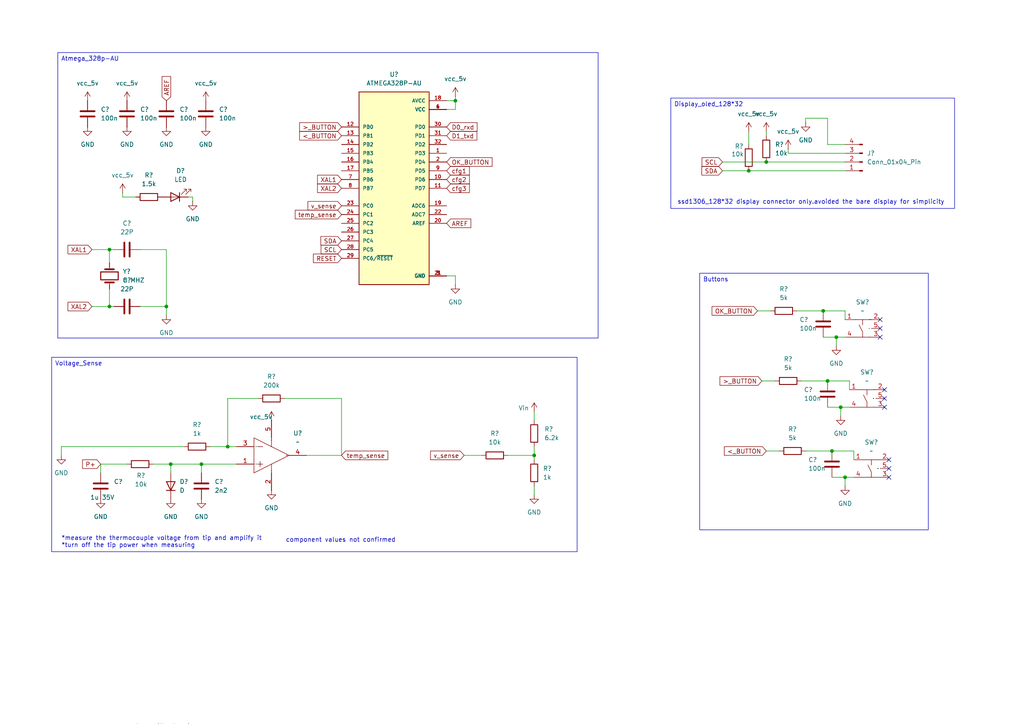
<source format=kicad_sch>
(kicad_sch (version 20250114) (generator "eeschema") (generator_version "9.0")
  (paper "A4")
  (lib_symbols
    (symbol "Connector:Conn_01x04_Pin" (pin_names (offset 1.016) (hide yes))
      (property "Reference" "J" (at 0 5.08 0))
      (property "Value" "Conn_01x04_Pin" (at 0 -7.62 0))
      (symbol "Conn_01x04_Pin_1_1"
        (rectangle (start 0.8636 2.667) (end 0 2.413) (stroke (width 0.1524)) (fill (type outline)))
        (rectangle (start 0.8636 0.127) (end 0 -0.127) (stroke (width 0.1524)) (fill (type outline)))
        (rectangle (start 0.8636 -2.413) (end 0 -2.667) (stroke (width 0.1524)) (fill (type outline)))
        (rectangle (start 0.8636 -4.953) (end 0 -5.207) (stroke (width 0.1524)) (fill (type outline)))
        (polyline (pts (xy 1.27 2.54) (xy 0.8636 2.54)) (stroke (width 0.1524)))
        (polyline (pts (xy 1.27 0) (xy 0.8636 0)) (stroke (width 0.1524)))
        (polyline (pts (xy 1.27 -2.54) (xy 0.8636 -2.54)) (stroke (width 0.1524)))
        (polyline (pts (xy 1.27 -5.08) (xy 0.8636 -5.08)) (stroke (width 0.1524)))
        (pin passive line (at 5.08 2.54 180) (length 3.81) (name "Pin_1") (number "1"))
        (pin passive line (at 5.08 0 180) (length 3.81) (name "Pin_2") (number "2"))
        (pin passive line (at 5.08 -2.54 180) (length 3.81) (name "Pin_3") (number "3"))
        (pin passive line (at 5.08 -5.08 180) (length 3.81) (name "Pin_4") (number "4"))
      )
    )
    (symbol "Device:C" (pin_numbers (hide yes)) (pin_names (offset 0.254))
      (property "Reference" "C" (at 0.635 2.54 0))
      (property "Value" "C" (at 0.635 -2.54 0))
      (symbol "C_0_1"
        (polyline (pts (xy -2.032 0.762) (xy 2.032 0.762)) (stroke (width 0.508)))
        (polyline (pts (xy -2.032 -0.762) (xy 2.032 -0.762)) (stroke (width 0.508)))
      )
      (symbol "C_1_1"
        (pin passive line (at 0 3.81 270) (length 2.794) (name "~") (number "1"))
        (pin passive line (at 0 -3.81 90) (length 2.794) (name "~") (number "2"))
      )
    )
    (symbol "Device:Crystal" (pin_numbers (hide yes)) (pin_names (offset 1.016) (hide yes))
      (property "Reference" "Y" (at 0 3.81 0))
      (property "Value" "Crystal" (at 0 -3.81 0))
      (symbol "Crystal_0_1"
        (polyline (pts (xy -2.54 0) (xy -1.905 0)))
        (polyline (pts (xy -1.905 -1.27) (xy -1.905 1.27)) (stroke (width 0.508)))
        (rectangle (start -1.143 2.54) (end 1.143 -2.54) (stroke (width 0.3048)))
        (polyline (pts (xy 1.905 -1.27) (xy 1.905 1.27)) (stroke (width 0.508)))
        (polyline (pts (xy 2.54 0) (xy 1.905 0)))
      )
      (symbol "Crystal_1_1"
        (pin passive line (at -3.81 0 0) (length 1.27) (name "1") (number "1"))
        (pin passive line (at 3.81 0 180) (length 1.27) (name "2") (number "2"))
      )
    )
    (symbol "Device:D" (pin_numbers (hide yes)) (pin_names (offset 1.016) (hide yes))
      (property "Reference" "D" (at 0 2.54 0))
      (property "Value" "D" (at 0 -2.54 0))
      (symbol "D_0_1"
        (polyline (pts (xy -1.27 1.27) (xy -1.27 -1.27)) (stroke (width 0.254)))
        (polyline (pts (xy 1.27 1.27) (xy 1.27 -1.27) (xy -1.27 0) (xy 1.27 1.27)) (stroke (width 0.254)))
        (polyline (pts (xy 1.27 0) (xy -1.27 0)))
      )
      (symbol "D_1_1"
        (pin passive line (at -3.81 0 0) (length 2.54) (name "K") (number "1"))
        (pin passive line (at 3.81 0 180) (length 2.54) (name "A") (number "2"))
      )
    )
    (symbol "Device:LED" (pin_numbers (hide yes)) (pin_names (offset 1.016) (hide yes))
      (property "Reference" "D" (at 0 2.54 0))
      (property "Value" "LED" (at 0 -2.54 0))
      (symbol "LED_0_1"
        (polyline (pts (xy -3.048 -0.762) (xy -4.572 -2.286) (xy -3.81 -2.286) (xy -4.572 -2.286) (xy -4.572 -1.524)))
        (polyline (pts (xy -1.778 -0.762) (xy -3.302 -2.286) (xy -2.54 -2.286) (xy -3.302 -2.286) (xy -3.302 -1.524)))
        (polyline (pts (xy -1.27 0) (xy 1.27 0)))
        (polyline (pts (xy -1.27 -1.27) (xy -1.27 1.27)) (stroke (width 0.254)))
        (polyline (pts (xy 1.27 -1.27) (xy 1.27 1.27) (xy -1.27 0) (xy 1.27 -1.27)) (stroke (width 0.254)))
      )
      (symbol "LED_1_1"
        (pin passive line (at -3.81 0 0) (length 2.54) (name "K") (number "1"))
        (pin passive line (at 3.81 0 180) (length 2.54) (name "A") (number "2"))
      )
    )
    (symbol "Device:R" (pin_numbers (hide yes)) (pin_names (offset 0))
      (property "Reference" "R" (at 2.032 0 90))
      (property "Value" "R" (at 0 0 90))
      (symbol "R_0_1"
        (rectangle (start -1.016 -2.54) (end 1.016 2.54) (stroke (width 0.254)))
      )
      (symbol "R_1_1"
        (pin passive line (at 0 3.81 270) (length 1.27) (name "~") (number "1"))
        (pin passive line (at 0 -3.81 90) (length 1.27) (name "~") (number "2"))
      )
    )
    (symbol "power:GND" (power) (pin_numbers (hide yes)) (pin_names (offset 0) (hide yes))
      (property "Value" "GND" (at 0 -3.81 0))
      (symbol "GND_0_1"
        (polyline (pts (xy 0 0) (xy 0 -1.27) (xy 1.27 -1.27) (xy 0 -2.54) (xy -1.27 -1.27) (xy 0 -1.27)))
      )
      (symbol "GND_1_1"
        (pin power_in line (at 0 0 270) (length 0) (name "~") (number "1"))
      )
    )
    (symbol "power:VCC" (power) (pin_numbers (hide yes)) (pin_names (offset 0) (hide yes))
      (property "Value" "VCC" (at 0 3.556 0))
      (symbol "VCC_0_1"
        (polyline (pts (xy -0.762 1.27) (xy 0 2.54)))
        (polyline (pts (xy 0 2.54) (xy 0.762 1.27)))
        (polyline (pts (xy 0 0) (xy 0 2.54)))
      )
      (symbol "VCC_1_1"
        (pin power_in line (at 0 0 90) (length 0) (name "~") (number "1"))
      )
    )
    (symbol "smart_soldering_iron:ATMEGA328P-AU" (pin_names (offset 1.016))
      (property "Reference" "U" (at -10.1755 29.2546 0))
      (property "Value" "ATMEGA328P-AU" (at -10.1669 -31.7714 0))
      (symbol "ATMEGA328P-AU_0_0"
        (rectangle (start -10.16 -27.94) (end 10.16 27.94) (stroke (width 0.254)) (fill (type background)))
        (pin bidirectional line (at -15.24 17.78 0) (length 5.08) (name "PB0") (number "12"))
        (pin bidirectional line (at -15.24 15.24 0) (length 5.08) (name "PB1") (number "13"))
        (pin bidirectional line (at -15.24 12.7 0) (length 5.08) (name "PB2") (number "14"))
        (pin bidirectional line (at -15.24 10.16 0) (length 5.08) (name "PB3") (number "15"))
        (pin bidirectional line (at -15.24 7.62 0) (length 5.08) (name "PB4") (number "16"))
        (pin bidirectional line (at -15.24 5.08 0) (length 5.08) (name "PB5") (number "17"))
        (pin bidirectional line (at -15.24 2.54 0) (length 5.08) (name "PB6") (number "7"))
        (pin bidirectional line (at -15.24 0 0) (length 5.08) (name "PB7") (number "8"))
        (pin bidirectional line (at -15.24 -5.08 0) (length 5.08) (name "PC0") (number "23"))
        (pin bidirectional line (at -15.24 -7.62 0) (length 5.08) (name "PC1") (number "24"))
        (pin bidirectional line (at -15.24 -10.16 0) (length 5.08) (name "PC2") (number "25"))
        (pin bidirectional line (at -15.24 -12.7 0) (length 5.08) (name "PC3") (number "26"))
        (pin bidirectional line (at -15.24 -15.24 0) (length 5.08) (name "PC4") (number "27"))
        (pin bidirectional line (at -15.24 -17.78 0) (length 5.08) (name "PC5") (number "28"))
        (pin bidirectional line (at -15.24 -20.32 0) (length 5.08) (name "PC6/~{RESET}") (number "29"))
        (pin power_in line (at 15.24 25.4 180) (length 5.08) (name "AVCC") (number "18"))
        (pin power_in line (at 15.24 22.86 180) (length 5.08) (name "VCC") (number "4"))
        (pin power_in line (at 15.24 22.86 180) (length 5.08) (name "VCC") (number "6"))
        (pin bidirectional line (at 15.24 17.78 180) (length 5.08) (name "PD0") (number "30"))
        (pin bidirectional line (at 15.24 15.24 180) (length 5.08) (name "PD1") (number "31"))
        (pin bidirectional line (at 15.24 12.7 180) (length 5.08) (name "PD2") (number "32"))
        (pin bidirectional line (at 15.24 10.16 180) (length 5.08) (name "PD3") (number "1"))
        (pin bidirectional line (at 15.24 7.62 180) (length 5.08) (name "PD4") (number "2"))
        (pin bidirectional line (at 15.24 5.08 180) (length 5.08) (name "PD5") (number "9"))
        (pin bidirectional line (at 15.24 2.54 180) (length 5.08) (name "PD6") (number "10"))
        (pin bidirectional line (at 15.24 0 180) (length 5.08) (name "PD7") (number "11"))
        (pin bidirectional line (at 15.24 -5.08 180) (length 5.08) (name "ADC6") (number "19"))
        (pin bidirectional line (at 15.24 -7.62 180) (length 5.08) (name "ADC7") (number "22"))
        (pin input line (at 15.24 -10.16 180) (length 5.08) (name "AREF") (number "20"))
        (pin power_in line (at 15.24 -25.4 180) (length 5.08) (name "GND") (number "21"))
        (pin power_in line (at 15.24 -25.4 180) (length 5.08) (name "GND") (number "3"))
        (pin power_in line (at 15.24 -25.4 180) (length 5.08) (name "GND") (number "5"))
      )
    )
    (symbol "smart_soldering_iron:ATMEGA328PB-AU" (pin_names (offset 1.016))
      (property "Reference" "U" (at -38.215 29.3628 0))
      (property "Value" "ATMEGA328PB-AU" (at -38.2328 -31.9473 0))
      (symbol "ATMEGA328PB-AU_0_0"
        (rectangle (start -38.1 -27.94) (end 38.1 27.94) (stroke (width 0.254)) (fill (type background)))
        (pin input line (at -43.18 22.86 0) (length 5.08) (name "AREF") (number "20"))
        (pin bidirectional line (at -43.18 17.78 0) (length 5.08) (name "PB0(ICP1/CLKO/PTCXY)") (number "12"))
        (pin bidirectional line (at -43.18 15.24 0) (length 5.08) (name "PB1(OC1A/PTCXY)") (number "13"))
        (pin bidirectional line (at -43.18 12.7 0) (length 5.08) (name "PB2(~{SS0}/OC1B/PTCXY)") (number "14"))
        (pin bidirectional line (at -43.18 10.16 0) (length 5.08) (name "PB3(MOSI0/TXD1/OC2A/PTCXY)") (number "15"))
        (pin bidirectional line (at -43.18 7.62 0) (length 5.08) (name "PB4(MISO0/RXD1/PTCXY)") (number "16"))
        (pin bidirectional line (at -43.18 5.08 0) (length 5.08) (name "PB5(PTCXY/XCK0/SCK0)") (number "17"))
        (pin bidirectional line (at -43.18 2.54 0) (length 5.08) (name "PB6(XTAL1/TOSC1)") (number "7"))
        (pin bidirectional line (at -43.18 0 0) (length 5.08) (name "PB7(XTAL2/TOSC2)") (number "8"))
        (pin bidirectional line (at -43.18 -5.08 0) (length 5.08) (name "PC0(ADC0/PTCY/MISO1)") (number "23"))
        (pin bidirectional line (at -43.18 -7.62 0) (length 5.08) (name "PC1(ADC1/PTCY/SCK1)") (number "24"))
        (pin bidirectional line (at -43.18 -10.16 0) (length 5.08) (name "PC2(ADC2/PTCY)") (number "25"))
        (pin bidirectional line (at -43.18 -12.7 0) (length 5.08) (name "PC3(ADC3/PTCY)") (number "26"))
        (pin bidirectional line (at -43.18 -15.24 0) (length 5.08) (name "PC4(ADC4/PTCY/SDA0)") (number "27"))
        (pin bidirectional line (at -43.18 -17.78 0) (length 5.08) (name "PC5(ADC5/PTCY/SCL0)") (number "28"))
        (pin bidirectional line (at -43.18 -20.32 0) (length 5.08) (name "PC6(~{RESET})") (number "29"))
        (pin power_in line (at 43.18 25.4 180) (length 5.08) (name "AVCC") (number "18"))
        (pin power_in line (at 43.18 22.86 180) (length 5.08) (name "VCC") (number "4"))
        (pin bidirectional line (at 43.18 17.78 180) (length 5.08) (name "PD0(PTCXY/OC3A/RXD0)") (number "30"))
        (pin bidirectional line (at 43.18 15.24 180) (length 5.08) (name "PD1(PTCXY/OC4A/TXD0)") (number "31"))
        (pin bidirectional line (at 43.18 12.7 180) (length 5.08) (name "PD2(PTCXY/INT0/OC3B/OC4B)") (number "32"))
        (pin bidirectional line (at 43.18 10.16 180) (length 5.08) (name "PD3(OC2B/INT1/PTCXY)") (number "1"))
        (pin bidirectional line (at 43.18 7.62 180) (length 5.08) (name "PD4(XCK0/T0/PTCXY)") (number "2"))
        (pin bidirectional line (at 43.18 5.08 180) (length 5.08) (name "PD5(OC0B/T1/PTCXY)") (number "9"))
        (pin bidirectional line (at 43.18 2.54 180) (length 5.08) (name "PD6(OC0A/PTCXY/AIN0)") (number "10"))
        (pin bidirectional line (at 43.18 0 180) (length 5.08) (name "PD7(PTCXY/AIN1)") (number "11"))
        (pin bidirectional line (at 43.18 -5.08 180) (length 5.08) (name "PE0(SDA1/ICP4/ACO/PTCXY)") (number "3"))
        (pin bidirectional line (at 43.18 -7.62 180) (length 5.08) (name "PE1(SCL1/T4/PTCXY)") (number "6"))
        (pin bidirectional line (at 43.18 -10.16 180) (length 5.08) (name "PE2(ADC6/PTCY/ICP3/~{SS1})") (number "19"))
        (pin bidirectional line (at 43.18 -12.7 180) (length 5.08) (name "PE3(ADC7/PTCY/T3/MOSI1)") (number "22"))
        (pin power_in line (at 43.18 -24.13 180) (length 5.08) (name "GND") (number "5"))
        (pin power_in line (at 43.18 -26.67 180) (length 5.08) (name "GND") (number "21"))
      )
      (symbol "ATMEGA328PB-AU_1_0"
        (pin power_in line (at 43.18 20.32 180) (length 5.08) (name "VCC") (number "6"))
        (pin power_in line (at 43.18 -21.59 180) (length 5.08) (name "GND") (number "3"))
      )
    )
    (symbol "smart_soldering_iron:GT-TC028B-H0070-L1"
      (property "Reference" "SW" (at 0 0 0))
      (symbol "GT-TC028B-H0070-L1_1_0"
        (polyline (pts (xy -2.54 2.54) (xy 2.54 2.54)))
        (polyline (pts (xy -2.54 -2.54) (xy 2.54 -2.54)))
        (polyline (pts (xy 0 2.54) (xy 0 1.016)))
        (polyline (pts (xy 0 -2.54) (xy 0 -1.016) (xy 0 -1.016) (xy -1.016 1.016)))
        (polyline (pts (xy 2.032 2.54) (xy 2.54 2.54)))
        (pin unspecified line (at -5.08 2.54 0) (length 2.54) (name "1") (number "1"))
        (pin unspecified line (at -5.08 -2.54 0) (length 2.54) (name "4") (number "4"))
        (pin unspecified line (at 5.08 2.54 180) (length 2.54) (name "2") (number "2"))
        (pin unspecified line (at 5.08 0 180) (length 2.54) (name "5") (number "5"))
        (pin unspecified line (at 5.08 -2.54 180) (length 2.54) (name "3") (number "3"))
      )
    )
    (symbol "smart_soldering_iron:LM321_C5252901"
      (property "Reference" "U" (at 0 0 0))
      (symbol "LM321_C5252901_1_0"
        (polyline (pts (xy -5.08 -5.08) (xy 5.08 0) (xy 5.08 0) (xy -5.08 5.08) (xy -5.08 5.08) (xy -5.08 -5.08)))
        (polyline (pts (xy -4.064 2.54) (xy -2.54 2.54)))
        (polyline (pts (xy -4.064 -2.54) (xy -2.54 -2.54)))
        (polyline (pts (xy -3.302 -1.778) (xy -3.302 -3.302)))
        (polyline (pts (xy 0 5.08) (xy 0 2.54)))
        (polyline (pts (xy 0 -2.54) (xy 0 -5.08)))
        (pin unspecified line (at -10.16 2.54 0) (length 5.08) (name "IN-") (number "3"))
        (pin unspecified line (at -10.16 -2.54 0) (length 5.08) (name "IN+") (number "1"))
        (pin unspecified line (at 0 10.16 270) (length 5.08) (name "V+") (number "5"))
        (pin unspecified line (at 0 -10.16 90) (length 5.08) (name "V-") (number "2"))
        (pin output line (at 10.16 0 180) (length 5.08) (name "OUT") (number "4"))
      )
    )
  )
  (text "component values not confirmed " (at 99.314 156.718 0) (effects (font (size 1.27 1.27))))
  (text "*measure the thermocouple voltage from tip and amplify it\n*turn off the tip power when measuring" (at 17.78 157.226 0) (effects (font (size 1.27 1.27)) (justify left)))
  (text "ssd1306_128*32 display connector only.avoided the bare display for simplicity\n" (at 235.204 58.674 0) (effects (font (size 1.27 1.27))))
  (text_box "Voltage_Sense" (at 14.986 103.632 0) (size 152.4 56.388) (margins 0.9525 0.9525 0.9525 0.9525) (effects (font (size 1.27 1.27)) (justify left top)))
  (text_box "Atmega_328p-AU" (at 16.764 15.24 0) (size 156.718 82.804) (margins 0.9525 0.9525 0.9525 0.9525) (effects (font (size 1.27 1.27)) (justify left top)))
  (text_box "Buttons" (at 202.946 79.248 0) (size 66.294 74.422) (margins 0.9525 0.9525 0.9525 0.9525) (effects (font (size 1.27 1.27)) (justify left top)))
  (text_box "Display_oled_128*32" (at 194.564 28.448 0) (size 82.296 32.004) (margins 0.9525 0.9525 0.9525 0.9525) (effects (font (size 1.27 1.27)) (justify left top)))
  (junction (at 240.03 110.49))
  (junction (at -21.59 -20.32))
  (junction (at 66.04 129.54))
  (junction (at 132.08 29.21))
  (junction (at 31.75 88.9))
  (junction (at 154.94 132.08))
  (junction (at 48.26 88.9))
  (junction (at -21.59 -22.86))
  (junction (at 31.75 72.39))
  (junction (at 243.84 118.11))
  (junction (at 49.53 134.62))
  (junction (at 222.25 46.99))
  (junction (at -21.59 -69.85))
  (junction (at -21.59 -72.39))
  (junction (at 58.42 134.62))
  (junction (at 217.17 49.53))
  (junction (at 242.57 97.79))
  (junction (at 238.76 90.17))
  (junction (at 245.11 138.43))
  (junction (at 241.3 130.81))
  (no_connect (at 255.27 92.71))
  (no_connect (at 257.81 138.43))
  (no_connect (at 256.54 115.57))
  (no_connect (at 255.27 95.25))
  (no_connect (at 257.81 135.89))
  (no_connect (at 256.54 118.11))
  (no_connect (at 257.81 133.35))
  (no_connect (at 256.54 113.03))
  (no_connect (at 255.27 97.79))
  (wire (pts (xy 129.54 29.21) (xy 132.08 29.21)))
  (wire (pts (xy 58.42 137.16) (xy 58.42 134.62)))
  (wire (pts (xy 66.04 129.54) (xy 68.58 129.54)))
  (wire (pts (xy 240.03 110.49) (xy 246.38 110.49)))
  (wire (pts (xy 238.76 97.79) (xy 242.57 97.79)))
  (wire (pts (xy 217.17 49.53) (xy 245.11 49.53)))
  (wire (pts (xy 49.53 134.62) (xy 49.53 137.16)))
  (wire (pts (xy 44.45 134.62) (xy 49.53 134.62)))
  (wire (pts (xy 154.94 133.35) (xy 154.94 132.08)))
  (wire (pts (xy 147.32 132.08) (xy 154.94 132.08)))
  (wire (pts (xy 35.56 55.88) (xy 35.56 57.15)))
  (wire (pts (xy 240.03 34.29) (xy 240.03 41.91)))
  (wire (pts (xy 134.62 132.08) (xy 139.7 132.08)))
  (wire (pts (xy 31.75 76.2) (xy 31.75 72.39)))
  (wire (pts (xy 228.6 43.18) (xy 228.6 44.45)))
  (wire (pts (xy 222.25 46.99) (xy 245.11 46.99)))
  (wire (pts (xy 233.68 130.81) (xy 241.3 130.81)))
  (wire (pts (xy 228.6 44.45) (xy 245.11 44.45)))
  (wire (pts (xy 132.08 82.55) (xy 132.08 80.01)))
  (wire (pts (xy 245.11 90.17) (xy 245.11 92.71)))
  (wire (pts (xy 55.88 57.15) (xy 54.61 57.15)))
  (wire (pts (xy 209.55 49.53) (xy 217.17 49.53)))
  (wire (pts (xy 82.55 115.57) (xy 99.06 115.57)))
  (wire (pts (xy 60.96 129.54) (xy 66.04 129.54)))
  (wire (pts (xy 240.03 41.91) (xy 245.11 41.91)))
  (wire (pts (xy 48.26 88.9) (xy 40.64 88.9)))
  (wire (pts (xy 48.26 88.9) (xy 48.26 91.44)))
  (wire (pts (xy 132.08 80.01) (xy 129.54 80.01)))
  (wire (pts (xy -21.59 -69.85) (xy -21.59 -67.31)))
  (wire (pts (xy 29.21 134.62) (xy 36.83 134.62)))
  (wire (pts (xy 241.3 130.81) (xy 247.65 130.81)))
  (wire (pts (xy 219.71 90.17) (xy 223.52 90.17)))
  (wire (pts (xy -21.59 -72.39) (xy -21.59 -69.85)))
  (wire (pts (xy 209.55 46.99) (xy 222.25 46.99)))
  (wire (pts (xy 48.26 72.39) (xy 48.26 88.9)))
  (wire (pts (xy 29.21 137.16) (xy 29.21 134.62)))
  (wire (pts (xy 154.94 119.38) (xy 154.94 121.92)))
  (wire (pts (xy 33.02 88.9) (xy 31.75 88.9)))
  (wire (pts (xy 99.06 132.08) (xy 88.9 132.08)))
  (wire (pts (xy 243.84 120.65) (xy 243.84 118.11)))
  (wire (pts (xy -21.59 -22.86) (xy -21.59 -20.32)))
  (wire (pts (xy 68.58 134.62) (xy 58.42 134.62)))
  (wire (pts (xy 238.76 90.17) (xy 245.11 90.17)))
  (wire (pts (xy 231.14 90.17) (xy 238.76 90.17)))
  (wire (pts (xy 240.03 118.11) (xy 243.84 118.11)))
  (wire (pts (xy 245.11 140.97) (xy 245.11 138.43)))
  (wire (pts (xy 35.56 57.15) (xy 39.37 57.15)))
  (wire (pts (xy 241.3 138.43) (xy 245.11 138.43)))
  (wire (pts (xy 243.84 118.11) (xy 246.38 118.11)))
  (wire (pts (xy 66.04 115.57) (xy 66.04 129.54)))
  (wire (pts (xy 132.08 29.21) (xy 132.08 27.94)))
  (wire (pts (xy 222.25 130.81) (xy 226.06 130.81)))
  (wire (pts (xy 55.88 58.42) (xy 55.88 57.15)))
  (wire (pts (xy 40.64 72.39) (xy 48.26 72.39)))
  (wire (pts (xy 31.75 88.9) (xy 31.75 83.82)))
  (wire (pts (xy 132.08 31.75) (xy 132.08 29.21)))
  (wire (pts (xy 31.75 72.39) (xy 33.02 72.39)))
  (wire (pts (xy 247.65 130.81) (xy 247.65 133.35)))
  (wire (pts (xy 129.54 31.75) (xy 132.08 31.75)))
  (wire (pts (xy 17.78 129.54) (xy 53.34 129.54)))
  (wire (pts (xy 233.68 34.29) (xy 240.03 34.29)))
  (wire (pts (xy 17.78 132.08) (xy 17.78 129.54)))
  (wire (pts (xy 217.17 41.91) (xy 217.17 38.1)))
  (wire (pts (xy 58.42 134.62) (xy 49.53 134.62)))
  (wire (pts (xy -21.59 -17.78) (xy -21.59 -20.32)))
  (wire (pts (xy 99.06 115.57) (xy 99.06 132.08)))
  (wire (pts (xy 222.25 39.37) (xy 222.25 38.1)))
  (wire (pts (xy 154.94 140.97) (xy 154.94 143.51)))
  (wire (pts (xy 74.93 115.57) (xy 66.04 115.57)))
  (wire (pts (xy 233.68 35.56) (xy 233.68 34.29)))
  (wire (pts (xy 242.57 100.33) (xy 242.57 97.79)))
  (wire (pts (xy 26.67 88.9) (xy 31.75 88.9)))
  (wire (pts (xy -21.59 -25.4) (xy -21.59 -22.86)))
  (wire (pts (xy 154.94 132.08) (xy 154.94 129.54)))
  (wire (pts (xy 246.38 110.49) (xy 246.38 113.03)))
  (wire (pts (xy 242.57 97.79) (xy 245.11 97.79)))
  (wire (pts (xy -21.59 -76.2) (xy -21.59 -72.39)))
  (wire (pts (xy 26.67 72.39) (xy 31.75 72.39)))
  (wire (pts (xy 245.11 138.43) (xy 247.65 138.43)))
  (wire (pts (xy 220.98 110.49) (xy 224.79 110.49)))
  (wire (pts (xy 232.41 110.49) (xy 240.03 110.49)))
  (global_label "OK_BUTTON" (shape input) (at 129.54 46.99 0) (property "Intersheetrefs" "${INTERSHEET_REFS}" (effects (hide yes))))
  (global_label "temp_sense" (shape input) (at 99.06 132.08 0) (property "Intersheetrefs" "${INTERSHEET_REFS}" (effects (hide yes))))
  (global_label "XAL2" (shape input) (at 26.67 88.9 180) (property "Intersheetrefs" "${INTERSHEET_REFS}" (effects (hide yes))))
  (global_label "XAL1" (shape input) (at 26.67 72.39 180) (property "Intersheetrefs" "${INTERSHEET_REFS}" (effects (hide yes))))
  (global_label "AREF" (shape input) (at -107.95 -69.85 180) (property "Intersheetrefs" "${INTERSHEET_REFS}" (effects (hide yes))))
  (global_label "XAL1" (shape input) (at -107.95 -49.53 180) (property "Intersheetrefs" "${INTERSHEET_REFS}" (effects (hide yes))))
  (global_label "temp_sense" (shape input) (at -107.95 -39.37 180) (property "Intersheetrefs" "${INTERSHEET_REFS}" (effects (hide yes))))
  (global_label "v_sense" (shape input) (at -107.95 -41.91 180) (property "Intersheetrefs" "${INTERSHEET_REFS}" (effects (hide yes))))
  (global_label "RESET" (shape input) (at -107.95 -26.67 180) (property "Intersheetrefs" "${INTERSHEET_REFS}" (effects (hide yes))))
  (global_label "SDA" (shape input) (at -107.95 -31.75 180) (property "Intersheetrefs" "${INTERSHEET_REFS}" (effects (hide yes))))
  (global_label "SCL" (shape input) (at -107.95 -29.21 180) (property "Intersheetrefs" "${INTERSHEET_REFS}" (effects (hide yes))))
  (global_label ">_BUTTON" (shape input) (at 99.06 36.83 180) (property "Intersheetrefs" "${INTERSHEET_REFS}" (effects (hide yes))))
  (global_label "cfg1" (shape input) (at 129.54 49.53 0) (property "Intersheetrefs" "${INTERSHEET_REFS}" (effects (hide yes))))
  (global_label "XAL1" (shape input) (at 99.06 52.07 180) (property "Intersheetrefs" "${INTERSHEET_REFS}" (effects (hide yes))))
  (global_label "temp_sense" (shape input) (at 99.06 62.23 180) (property "Intersheetrefs" "${INTERSHEET_REFS}" (effects (hide yes))))
  (global_label "SCL" (shape input) (at 99.06 72.39 180) (property "Intersheetrefs" "${INTERSHEET_REFS}" (effects (hide yes))))
  (global_label "AREF" (shape input) (at 129.54 64.77 0) (property "Intersheetrefs" "${INTERSHEET_REFS}" (effects (hide yes))))
  (global_label "cfg2" (shape input) (at 129.54 52.07 0) (property "Intersheetrefs" "${INTERSHEET_REFS}" (effects (hide yes))))
  (global_label "D1_txd" (shape input) (at 129.54 39.37 0) (property "Intersheetrefs" "${INTERSHEET_REFS}" (effects (hide yes))))
  (global_label "<_BUTTON" (shape input) (at -107.95 -62.23 180) (property "Intersheetrefs" "${INTERSHEET_REFS}" (effects (hide yes))))
  (global_label "D0_rxd" (shape input) (at 129.54 36.83 0) (property "Intersheetrefs" "${INTERSHEET_REFS}" (effects (hide yes))))
  (global_label "D1_txd" (shape input) (at -21.59 -62.23 0) (property "Intersheetrefs" "${INTERSHEET_REFS}" (effects (hide yes))))
  (global_label "XAL2" (shape input) (at -107.95 -46.99 180) (property "Intersheetrefs" "${INTERSHEET_REFS}" (effects (hide yes))))
  (global_label "OK_BUTTON" (shape input) (at -21.59 -54.61 0) (property "Intersheetrefs" "${INTERSHEET_REFS}" (effects (hide yes))))
  (global_label "<_BUTTON" (shape input) (at 222.25 130.81 180) (property "Intersheetrefs" "${INTERSHEET_REFS}" (effects (hide yes))))
  (global_label "XAL2" (shape input) (at 99.06 54.61 180) (property "Intersheetrefs" "${INTERSHEET_REFS}" (effects (hide yes))))
  (global_label "cfg3" (shape input) (at 129.54 54.61 0) (property "Intersheetrefs" "${INTERSHEET_REFS}" (effects (hide yes))))
  (global_label "cfg2" (shape input) (at -21.59 -49.53 0) (property "Intersheetrefs" "${INTERSHEET_REFS}" (effects (hide yes))))
  (global_label "v_sense" (shape input) (at 99.06 59.69 180) (property "Intersheetrefs" "${INTERSHEET_REFS}" (effects (hide yes))))
  (global_label "D0_rxd" (shape input) (at -21.59 -64.77 0) (property "Intersheetrefs" "${INTERSHEET_REFS}" (effects (hide yes))))
  (global_label "RESET" (shape input) (at 99.06 74.93 180) (property "Intersheetrefs" "${INTERSHEET_REFS}" (effects (hide yes))))
  (global_label ">_BUTTON" (shape input) (at 220.98 110.49 180) (property "Intersheetrefs" "${INTERSHEET_REFS}" (effects (hide yes))))
  (global_label "cfg1" (shape input) (at -21.59 -52.07 0) (property "Intersheetrefs" "${INTERSHEET_REFS}" (effects (hide yes))))
  (global_label "SDA" (shape input) (at 99.06 69.85 180) (property "Intersheetrefs" "${INTERSHEET_REFS}" (effects (hide yes))))
  (global_label "<_BUTTON" (shape input) (at 99.06 39.37 180) (property "Intersheetrefs" "${INTERSHEET_REFS}" (effects (hide yes))))
  (global_label "SCL" (shape input) (at 209.55 46.99 180) (property "Intersheetrefs" "${INTERSHEET_REFS}" (effects (hide yes))))
  (global_label "SDA" (shape input) (at 209.55 49.53 180) (property "Intersheetrefs" "${INTERSHEET_REFS}" (effects (hide yes))))
  (global_label ">_BUTTON" (shape input) (at -107.95 -64.77 180) (property "Intersheetrefs" "${INTERSHEET_REFS}" (effects (hide yes))))
  (global_label "OK_BUTTON" (shape input) (at 219.71 90.17 180) (property "Intersheetrefs" "${INTERSHEET_REFS}" (effects (hide yes))))
  (global_label "P+" (shape input) (at 29.21 134.62 180) (property "Intersheetrefs" "${INTERSHEET_REFS}" (effects (hide yes))))
  (global_label "AREF" (shape input) (at 48.26 29.21 90) (property "Intersheetrefs" "${INTERSHEET_REFS}" (effects (hide yes))))
  (global_label "v_sense" (shape input) (at 134.62 132.08 180) (property "Intersheetrefs" "${INTERSHEET_REFS}" (effects (hide yes))))
  (global_label "cfg3" (shape input) (at -21.59 -46.99 0) (property "Intersheetrefs" "${INTERSHEET_REFS}" (effects (hide yes))))
  (symbol (lib_id "Device:C") (at 29.21 140.97 0) (unit 1)
    (property "Reference" "C?" (at 33.02 139.6999 0) (effects (justify left)))
    (property "Value" "1u 35V" (at 26.162 144.272 0) (effects (justify left)))
    (property "Description" "Unpolarized capacitor" (effects (hide yes)))
  )
  (symbol (lib_id "Device:R") (at 40.64 134.62 90) (unit 1)
    (property "Reference" "R?" (at 40.894 137.922 90))
    (property "Value" "10k" (at 40.894 140.462 90))
    (property "Description" "Resistor" (effects (hide yes)))
  )
  (symbol (lib_id "smart_soldering_iron:ATMEGA328P-AU") (at 114.3 54.61 0) (unit 1)
    (property "Reference" "U?" (at 114.3 21.59 0))
    (property "Value" "ATMEGA328P-AU" (at 114.3 24.13 0))
    (property "Footprint" "ATMEGA328P-AU:QFP80P900X900X120-32N" (effects (hide yes)))
    (property "MF" "Microchip" (effects (hide yes)))
    (property "MAXIMUM_PACKAGE_HEIGHT" "1.20mm" (effects (hide yes)))
    (property "Package" "TQFP-32 Microchip" (effects (hide yes)))
    (property "Price" "None" (effects (hide yes)))
    (property "Check_prices" "https://www.snapeda.com/parts/ATMEGA328P-AU/Microchip+Technology/view-part/?ref=eda" (effects (hide yes)))
    (property "STANDARD" "IPC-7351B" (effects (hide yes)))
    (property "PARTREV" "8271A" (effects (hide yes)))
    (property "SnapEDA_Link" "https://www.snapeda.com/parts/ATMEGA328P-AU/Microchip+Technology/view-part/?ref=snap" (effects (hide yes)))
    (property "MP" "ATMEGA328P-AU" (effects (hide yes)))
    (property "Description_1" "AVR AVR® ATmega Microcontroller IC 8-Bit 20MHz 32KB (16K x 16) FLASH 32-TQFP (7x7)" (effects (hide yes)))
    (property "Availability" "In Stock" (effects (hide yes)))
    (property "MANUFACTURER" "Microchip" (effects (hide yes)))
  )
  (symbol (lib_id "smart_soldering_iron:ATMEGA328PB-AU") (at -64.77 -46.99 0) (unit 1)
    (property "Reference" "U1" (at -64.77 -80.01 0))
    (property "Value" "ATMEGA328PB-AU" (at -64.77 -77.47 0))
    (property "Footprint" "ATMEGA328PB-AU:QFP80P900X900X120-32N" (effects (hide yes)))
    (property "Description" "Avr 32kb f , 1kb Eeprom, 2kb Ram, - 20mhz, Tqfp, Ind Temp, Green 5 v" (effects (hide yes)))
    (property "MF" "Microchip Technology" (effects (hide yes)))
    (property "PACKAGE" "TQFP-32 Atmel" (effects (hide yes)))
    (property "PRICE" "1.45 USD" (effects (hide yes)))
    (property "Package" "TQFP-32 Microchip Technology / Atmel" (effects (hide yes)))
    (property "Check_prices" "https://www.snapeda.com/parts/ATMEGA328PB-AU/Microchip+Technology/view-part/?ref=eda" (effects (hide yes)))
    (property "Price" "None" (effects (hide yes)))
    (property "SnapEDA_Link" "https://www.snapeda.com/parts/ATMEGA328PB-AU/Microchip+Technology/view-part/?ref=snap" (effects (hide yes)))
    (property "MP" "ATMEGA328PB-AU" (effects (hide yes)))
    (property "Availability" "In Stock" (effects (hide yes)))
    (property "AVAILABILITY" "Unavailable" (effects (hide yes)))
    (property "Description_1" "AVR AVR® ATmega, Functional Safety (FuSa) Microcontroller IC 8-Bit 20MHz 32KB (16K x 16) FLASH 32-TQFP (7x7)" (effects (hide yes)))
  )
  (symbol (lib_id "power:VCC") (at 25.4 29.21 0) (unit 1)
    (property "Reference" "#PWR02" (effects (hide yes)))
    (property "Value" "vcc_5v" (at 25.4 24.13 0))
    (property "Description" "Power symbol creates a global label with name \"VCC\"" (effects (hide yes)))
  )
  (symbol (lib_id "power:GND") (at 29.21 144.78 0) (unit 1)
    (property "Reference" "#PWR018" (effects (hide yes)))
    (property "Value" "GND" (at 29.21 149.86 0))
    (property "Description" "Power symbol creates a global label with name \"GND\" , ground" (effects (hide yes)))
  )
  (symbol (lib_id "Device:C") (at 241.3 134.62 180) (unit 1)
    (property "Reference" "C?" (at 234.442 133.35 0) (effects (justify right)))
    (property "Value" "100n" (at 234.442 135.89 0) (effects (justify right)))
    (property "Description" "Unpolarized capacitor" (effects (hide yes)))
  )
  (symbol (lib_id "Device:C") (at 48.26 33.02 0) (unit 1)
    (property "Reference" "C?" (at 52.07 31.7499 0) (effects (justify left)))
    (property "Value" "100n" (at 52.07 34.2899 0) (effects (justify left)))
    (property "Description" "Unpolarized capacitor" (effects (hide yes)))
  )
  (symbol (lib_id "Device:R") (at 78.74 115.57 90) (unit 1)
    (property "Reference" "R?" (at 78.74 109.22 90))
    (property "Value" "200k" (at 78.74 111.76 90))
    (property "Description" "Resistor" (effects (hide yes)))
  )
  (symbol (lib_id "Device:C") (at 36.83 72.39 90) (unit 1)
    (property "Reference" "C?" (at 36.83 64.77 90))
    (property "Value" "22P" (at 36.83 67.31 90))
    (property "Description" "Unpolarized capacitor" (effects (hide yes)))
  )
  (symbol (lib_id "power:VCC") (at 222.25 38.1 0) (unit 1)
    (property "Reference" "#PWR016" (effects (hide yes)))
    (property "Value" "vcc_5v" (at 222.25 33.02 0))
    (property "Description" "Power symbol creates a global label with name \"VCC\"" (effects (hide yes)))
  )
  (symbol (lib_id "power:GND") (at 59.69 36.83 0) (unit 1)
    (property "Reference" "#PWR08" (effects (hide yes)))
    (property "Value" "GND" (at 59.69 41.91 0))
    (property "Description" "Power symbol creates a global label with name \"GND\" , ground" (effects (hide yes)))
  )
  (symbol (lib_id "Device:R") (at 229.87 130.81 90) (unit 1)
    (property "Reference" "R?" (at 229.87 124.46 90))
    (property "Value" "5k" (at 229.87 127 90))
    (property "Description" "Resistor" (effects (hide yes)))
  )
  (symbol (lib_id "Device:R") (at 222.25 43.18 180) (unit 1)
    (property "Reference" "R?" (at 224.79 41.9099 0) (effects (justify right)))
    (property "Value" "10k" (at 224.79 44.4499 0) (effects (justify right)))
    (property "Description" "Resistor" (effects (hide yes)))
  )
  (symbol (lib_id "Device:Crystal") (at 31.75 80.01 90) (unit 1)
    (property "Reference" "Y?" (at 35.56 78.7399 90) (effects (justify right)))
    (property "Value" "8 MHZ" (at 35.56 81.2799 90) (effects (justify right)))
    (property "Description" "Two pin crystal" (effects (hide yes)))
  )
  (symbol (lib_id "Device:C") (at 58.42 140.97 0) (unit 1)
    (property "Reference" "C?" (at 62.23 139.6999 0) (effects (justify left)))
    (property "Value" "2n2" (at 62.23 142.2399 0) (effects (justify left)))
    (property "Description" "Unpolarized capacitor" (effects (hide yes)))
  )
  (symbol (lib_id "power:GND") (at 49.53 144.78 0) (unit 1)
    (property "Reference" "#PWR019" (effects (hide yes)))
    (property "Value" "GND" (at 49.53 149.86 0))
    (property "Description" "Power symbol creates a global label with name \"GND\" , ground" (effects (hide yes)))
  )
  (symbol (lib_id "power:GND") (at 78.74 142.24 0) (unit 1)
    (property "Reference" "#PWR021" (effects (hide yes)))
    (property "Value" "GND" (at 78.74 147.32 0))
    (property "Description" "Power symbol creates a global label with name \"GND\" , ground" (effects (hide yes)))
  )
  (symbol (lib_id "power:GND") (at 242.57 100.33 0) (unit 1)
    (property "Reference" "#PWR037" (effects (hide yes)))
    (property "Value" "GND" (at 242.57 105.41 0))
    (property "Description" "Power symbol creates a global label with name \"GND\" , ground" (effects (hide yes)))
  )
  (symbol (lib_id "power:VCC") (at 228.6 43.18 0) (unit 1)
    (property "Reference" "#PWR014" (effects (hide yes)))
    (property "Value" "vcc_5v" (at 228.6 38.1 0))
    (property "Description" "Power symbol creates a global label with name \"VCC\"" (effects (hide yes)))
  )
  (symbol (lib_id "power:GND") (at 25.4 36.83 0) (unit 1)
    (property "Reference" "#PWR01" (effects (hide yes)))
    (property "Value" "GND" (at 25.4 41.91 0))
    (property "Description" "Power symbol creates a global label with name \"GND\" , ground" (effects (hide yes)))
  )
  (symbol (lib_id "Device:R") (at 217.17 45.72 180) (unit 1)
    (property "Reference" "R?" (at 213.106 42.418 0) (effects (justify right)))
    (property "Value" "10k" (at 212.09 44.704 0) (effects (justify right)))
    (property "Description" "Resistor" (effects (hide yes)))
  )
  (symbol (lib_id "power:GND") (at 132.08 82.55 0) (unit 1)
    (property "Reference" "#PWR052" (effects (hide yes)))
    (property "Value" "GND" (at 132.08 87.63 0))
    (property "Description" "Power symbol creates a global label with name \"GND\" , ground" (effects (hide yes)))
  )
  (symbol (lib_id "Device:C") (at 240.03 114.3 180) (unit 1)
    (property "Reference" "C?" (at 233.172 113.03 0) (effects (justify right)))
    (property "Value" "100n" (at 233.172 115.57 0) (effects (justify right)))
    (property "Description" "Unpolarized capacitor" (effects (hide yes)))
  )
  (symbol (lib_id "Device:R") (at 227.33 90.17 90) (unit 1)
    (property "Reference" "R?" (at 227.33 83.82 90))
    (property "Value" "5k" (at 227.33 86.36 90))
    (property "Description" "Resistor" (effects (hide yes)))
  )
  (symbol (lib_id "smart_soldering_iron:GT-TC028B-H0070-L1") (at 251.46 115.57 0) (unit 1)
    (property "Reference" "SW?" (at 251.46 107.95 0))
    (property "Value" "~" (at 251.46 110.49 0))
    (property "Footprint" "ProLib_pcs_2025-10-04:SW-SMD_4P-L3.4-W3.4-P2.00-LS4.0_TS3315A160GF" (effects (hide yes)))
    (property "Datasheet" "https://atta.szlcsc.com/upload/public/pdf/source/20200903/C778145_C1D1D1CB95B53A17E6B9DE478485E804.pdf" (effects (hide yes)))
    (property "Description" "Circuit:SPST Operating Force:250gf Mounting Style:Standing paste Switch Length:3.3mm Switch Width:3.3mm Switch Height:0.85mm Strike Gundam:Without Contact Current:50mA Voltage Rating (DC):12V Insulation Resistance:100MΩ Actuator/Cap Color:Yellow With Lamp" (effects (hide yes)))
    (property "Manufacturer Part" "GT-TC028B-H0070-L1" (effects (hide yes)))
    (property "Manufacturer" "G-Switch(品赞)" (effects (hide yes)))
    (property "Supplier Part" "C778145" (effects (hide yes)))
    (property "Supplier" "LCSC" (effects (hide yes)))
    (property "LCSC Part Name" "3.3*3.3*0.85mm 立贴 轻触开关" (effects (hide yes)))
  )
  (symbol (lib_id "power:GND") (at 243.84 120.65 0) (unit 1)
    (property "Reference" "#PWR038" (effects (hide yes)))
    (property "Value" "GND" (at 243.84 125.73 0))
    (property "Description" "Power symbol creates a global label with name \"GND\" , ground" (effects (hide yes)))
  )
  (symbol (lib_id "Device:R") (at 228.6 110.49 90) (unit 1)
    (property "Reference" "R?" (at 228.6 104.14 90))
    (property "Value" "5k" (at 228.6 106.68 90))
    (property "Description" "Resistor" (effects (hide yes)))
  )
  (symbol (lib_id "smart_soldering_iron:GT-TC028B-H0070-L1") (at 250.19 95.25 0) (unit 1)
    (property "Reference" "SW?" (at 250.19 87.63 0))
    (property "Value" "~" (at 250.19 90.17 0))
    (property "Footprint" "ProLib_pcs_2025-10-04:SW-SMD_4P-L3.4-W3.4-P2.00-LS4.0_TS3315A160GF" (effects (hide yes)))
    (property "Datasheet" "https://atta.szlcsc.com/upload/public/pdf/source/20200903/C778145_C1D1D1CB95B53A17E6B9DE478485E804.pdf" (effects (hide yes)))
    (property "Description" "Circuit:SPST Operating Force:250gf Mounting Style:Standing paste Switch Length:3.3mm Switch Width:3.3mm Switch Height:0.85mm Strike Gundam:Without Contact Current:50mA Voltage Rating (DC):12V Insulation Resistance:100MΩ Actuator/Cap Color:Yellow With Lamp" (effects (hide yes)))
    (property "Manufacturer Part" "GT-TC028B-H0070-L1" (effects (hide yes)))
    (property "Manufacturer" "G-Switch(品赞)" (effects (hide yes)))
    (property "Supplier Part" "C778145" (effects (hide yes)))
    (property "Supplier" "LCSC" (effects (hide yes)))
    (property "LCSC Part Name" "3.3*3.3*0.85mm 立贴 轻触开关" (effects (hide yes)))
  )
  (symbol (lib_id "power:VCC") (at 154.94 119.38 0) (unit 1)
    (property "Reference" "#PWR024" (effects (hide yes)))
    (property "Value" "Vin" (at 151.892 118.364 0))
    (property "Description" "Power symbol creates a global label with name \"VCC\"" (effects (hide yes)))
  )
  (symbol (lib_id "Device:D") (at 49.53 140.97 90) (unit 1)
    (property "Reference" "D?" (at 52.07 139.6999 90) (effects (justify right)))
    (property "Value" "D" (at 52.07 142.2399 90) (effects (justify right)))
    (property "Description" "Diode" (effects (hide yes)))
    (property "Sim.Device" "D" (effects (hide yes)))
    (property "Sim.Pins" "1=K 2=A" (effects (hide yes)))
  )
  (symbol (lib_id "power:GND") (at 48.26 36.83 0) (unit 1)
    (property "Reference" "#PWR07" (effects (hide yes)))
    (property "Value" "GND" (at 48.26 41.91 0))
    (property "Description" "Power symbol creates a global label with name \"GND\" , ground" (effects (hide yes)))
  )
  (symbol (lib_id "power:GND") (at 154.94 143.51 0) (unit 1)
    (property "Reference" "#PWR023" (effects (hide yes)))
    (property "Value" "GND" (at 154.94 148.59 0))
    (property "Description" "Power symbol creates a global label with name \"GND\" , ground" (effects (hide yes)))
  )
  (symbol (lib_id "smart_soldering_iron:GT-TC028B-H0070-L1") (at 252.73 135.89 0) (unit 1)
    (property "Reference" "SW?" (at 252.73 128.27 0))
    (property "Value" "~" (at 252.73 130.81 0))
    (property "Footprint" "ProLib_pcs_2025-10-04:SW-SMD_4P-L3.4-W3.4-P2.00-LS4.0_TS3315A160GF" (effects (hide yes)))
    (property "Datasheet" "https://atta.szlcsc.com/upload/public/pdf/source/20200903/C778145_C1D1D1CB95B53A17E6B9DE478485E804.pdf" (effects (hide yes)))
    (property "Description" "Circuit:SPST Operating Force:250gf Mounting Style:Standing paste Switch Length:3.3mm Switch Width:3.3mm Switch Height:0.85mm Strike Gundam:Without Contact Current:50mA Voltage Rating (DC):12V Insulation Resistance:100MΩ Actuator/Cap Color:Yellow With Lamp" (effects (hide yes)))
    (property "Manufacturer Part" "GT-TC028B-H0070-L1" (effects (hide yes)))
    (property "Manufacturer" "G-Switch(品赞)" (effects (hide yes)))
    (property "Supplier Part" "C778145" (effects (hide yes)))
    (property "Supplier" "LCSC" (effects (hide yes)))
    (property "LCSC Part Name" "3.3*3.3*0.85mm 立贴 轻触开关" (effects (hide yes)))
  )
  (symbol (lib_id "Device:R") (at 57.15 129.54 90) (unit 1)
    (property "Reference" "R?" (at 57.15 123.19 90))
    (property "Value" "1k" (at 57.15 125.73 90))
    (property "Description" "Resistor" (effects (hide yes)))
  )
  (symbol (lib_id "power:GND") (at 55.88 58.42 0) (unit 1)
    (property "Reference" "#PWR011" (effects (hide yes)))
    (property "Value" "GND" (at 55.88 63.5 0))
    (property "Description" "Power symbol creates a global label with name \"GND\" , ground" (effects (hide yes)))
  )
  (symbol (lib_id "Device:R") (at 143.51 132.08 270) (unit 1)
    (property "Reference" "R?" (at 143.51 125.73 90))
    (property "Value" "10k" (at 143.51 128.27 90))
    (property "Description" "Resistor" (effects (hide yes)))
  )
  (symbol (lib_id "power:VCC") (at 217.17 38.1 0) (unit 1)
    (property "Reference" "#PWR015" (effects (hide yes)))
    (property "Value" "vcc_5v" (at 217.17 33.02 0))
    (property "Description" "Power symbol creates a global label with name \"VCC\"" (effects (hide yes)))
  )
  (symbol (lib_id "power:VCC") (at 59.69 29.21 0) (unit 1)
    (property "Reference" "#PWR05" (effects (hide yes)))
    (property "Value" "vcc_5v" (at 59.69 24.13 0))
    (property "Description" "Power symbol creates a global label with name \"VCC\"" (effects (hide yes)))
  )
  (symbol (lib_id "power:GND") (at 233.68 35.56 0) (unit 1)
    (property "Reference" "#PWR013" (effects (hide yes)))
    (property "Value" "GND" (at 233.68 40.64 0))
    (property "Description" "Power symbol creates a global label with name \"GND\" , ground" (effects (hide yes)))
  )
  (symbol (lib_id "power:VCC") (at 132.08 27.94 0) (unit 1)
    (property "Reference" "#PWR051" (effects (hide yes)))
    (property "Value" "vcc_5v" (at 132.08 22.86 0))
    (property "Description" "Power symbol creates a global label with name \"VCC\"" (effects (hide yes)))
  )
  (symbol (lib_id "power:VCC") (at 36.83 29.21 0) (unit 1)
    (property "Reference" "#PWR03" (effects (hide yes)))
    (property "Value" "vcc_5v" (at 36.83 24.13 0))
    (property "Description" "Power symbol creates a global label with name \"VCC\"" (effects (hide yes)))
  )
  (symbol (lib_id "Connector:Conn_01x04_Pin") (at 250.19 46.99 180) (unit 1)
    (property "Reference" "J?" (at 251.46 44.4499 0) (effects (justify right)))
    (property "Value" "Conn_01x04_Pin" (at 251.46 46.9899 0) (effects (justify right)))
    (property "Description" "Generic connector, single row, 01x04, script generated" (effects (hide yes)))
  )
  (symbol (lib_id "Device:LED") (at 50.8 57.15 180) (unit 1)
    (property "Reference" "D?" (at 52.3875 49.53 0))
    (property "Value" "LED" (at 52.3875 52.07 0))
    (property "Description" "Light emitting diode" (effects (hide yes)))
    (property "Sim.Pins" "1=K 2=A" (effects (hide yes)))
  )
  (symbol (lib_id "Device:R") (at 154.94 125.73 180) (unit 1)
    (property "Reference" "R?" (at 157.8851 124.4599 0) (effects (justify right)))
    (property "Value" "6.2k" (at 157.8851 126.9999 0) (effects (justify right)))
    (property "Description" "Resistor" (effects (hide yes)))
  )
  (symbol (lib_id "smart_soldering_iron:LM321_C5252901") (at 78.74 132.08 0) (unit 1)
    (property "Reference" "U?" (at 86.36 125.6598 0))
    (property "Value" "~" (at 86.36 128.1998 0))
    (property "Footprint" "ProLib_pcs_2025-10-03:SOT-23-5_L3.0-W1.7-P0.95-LS2.8-BR" (effects (hide yes)))
    (property "Datasheet" "https://atta.szlcsc.com/upload/public/pdf/source/20240508/77565F0A1749F49B56A2EABE562B96C4.pdf" (effects (hide yes)))
    (property "Description" "Number of Channels:1.0 Maximum Power Supply Range (Vdd-Vss):36V Rail to Rail:- Gain Bandwidth Product:- Vos - Input Offset Voltage:5mV Input Offset Voltage Drift(Vos TC):- Slew Rate:- Ib - Input Bias Current:250nA Input Offset Current(Ios):- Noise density" (effects (hide yes)))
    (property "Manufacturer Part" "LM321" (effects (hide yes)))
    (property "Manufacturer" "MSKSEMI(美森科)" (effects (hide yes)))
    (property "Supplier Part" "C5252901" (effects (hide yes)))
    (property "Supplier" "LCSC" (effects (hide yes)))
    (property "LCSC Part Name" "丝印A63A 增益带宽(GBP)1.2MHZ VIO:5mV LM321 丝印A63A" (effects (hide yes)))
  )
  (symbol (lib_id "power:GND") (at 245.11 140.97 0) (unit 1)
    (property "Reference" "#PWR039" (effects (hide yes)))
    (property "Value" "GND" (at 245.11 146.05 0))
    (property "Description" "Power symbol creates a global label with name \"GND\" , ground" (effects (hide yes)))
  )
  (symbol (lib_id "Device:R") (at 154.94 137.16 180) (unit 1)
    (property "Reference" "R?" (at 157.48 135.8899 0) (effects (justify right)))
    (property "Value" "1k" (at 157.48 138.4299 0) (effects (justify right)))
    (property "Description" "Resistor" (effects (hide yes)))
  )
  (symbol (lib_id "power:GND") (at 48.26 91.44 0) (unit 1)
    (property "Reference" "#PWR09" (effects (hide yes)))
    (property "Value" "GND" (at 48.26 96.52 0))
    (property "Description" "Power symbol creates a global label with name \"GND\" , ground" (effects (hide yes)))
  )
  (symbol (lib_id "power:VCC") (at 35.56 55.88 0) (unit 1)
    (property "Reference" "#PWR010" (effects (hide yes)))
    (property "Value" "vcc_5v" (at 35.56 50.8 0))
    (property "Description" "Power symbol creates a global label with name \"VCC\"" (effects (hide yes)))
  )
  (symbol (lib_id "Device:C") (at 36.83 33.02 0) (unit 1)
    (property "Reference" "C?" (at 40.64 31.7499 0) (effects (justify left)))
    (property "Value" "100n" (at 40.64 34.2899 0) (effects (justify left)))
    (property "Description" "Unpolarized capacitor" (effects (hide yes)))
  )
  (symbol (lib_id "power:GND") (at 36.83 36.83 0) (unit 1)
    (property "Reference" "#PWR06" (effects (hide yes)))
    (property "Value" "GND" (at 36.83 41.91 0))
    (property "Description" "Power symbol creates a global label with name \"GND\" , ground" (effects (hide yes)))
  )
  (symbol (lib_id "power:VCC") (at -21.59 -76.2 0) (unit 1)
    (property "Reference" "#PWR012" (effects (hide yes)))
    (property "Value" "vcc_5v" (at -21.59 -81.28 0))
    (property "Description" "Power symbol creates a global label with name \"VCC\"" (effects (hide yes)))
  )
  (symbol (lib_id "power:GND") (at 17.78 132.08 0) (unit 1)
    (property "Reference" "#PWR017" (effects (hide yes)))
    (property "Value" "GND" (at 17.78 137.16 0))
    (property "Description" "Power symbol creates a global label with name \"GND\" , ground" (effects (hide yes)))
  )
  (symbol (lib_id "power:GND") (at 58.42 144.78 0) (unit 1)
    (property "Reference" "#PWR020" (effects (hide yes)))
    (property "Value" "GND" (at 58.42 149.86 0))
    (property "Description" "Power symbol creates a global label with name \"GND\" , ground" (effects (hide yes)))
  )
  (symbol (lib_id "Device:C") (at 25.4 33.02 0) (unit 1)
    (property "Reference" "C?" (at 29.21 31.7499 0) (effects (justify left)))
    (property "Value" "100n" (at 29.21 34.2899 0) (effects (justify left)))
    (property "Description" "Unpolarized capacitor" (effects (hide yes)))
  )
  (symbol (lib_id "Device:C") (at 36.83 88.9 90) (unit 1)
    (property "Reference" "C?" (at 36.83 81.28 90))
    (property "Value" "22P" (at 36.83 83.82 90))
    (property "Description" "Unpolarized capacitor" (effects (hide yes)))
  )
  (symbol (lib_id "Device:C") (at 238.76 93.98 180) (unit 1)
    (property "Reference" "C?" (at 231.902 92.71 0) (effects (justify right)))
    (property "Value" "100n" (at 231.902 95.25 0) (effects (justify right)))
    (property "Description" "Unpolarized capacitor" (effects (hide yes)))
  )
  (symbol (lib_id "power:GND") (at -21.59 -17.78 0) (unit 1)
    (property "Reference" "#PWR04" (effects (hide yes)))
    (property "Value" "GND" (at -21.59 -12.7 0))
    (property "Description" "Power symbol creates a global label with name \"GND\" , ground" (effects (hide yes)))
  )
  (symbol (lib_id "power:VCC") (at 78.74 121.92 0) (unit 1)
    (property "Reference" "#PWR022" (effects (hide yes)))
    (property "Value" "vcc_5v" (at 75.692 120.904 0))
    (property "Description" "Power symbol creates a global label with name \"VCC\"" (effects (hide yes)))
  )
  (symbol (lib_id "Device:C") (at 59.69 33.02 0) (unit 1)
    (property "Reference" "C?" (at 63.5 31.7499 0) (effects (justify left)))
    (property "Value" "100n" (at 63.5 34.2899 0) (effects (justify left)))
    (property "Description" "Unpolarized capacitor" (effects (hide yes)))
  )
  (symbol (lib_id "Device:R") (at 43.18 57.15 90) (unit 1)
    (property "Reference" "R?" (at 43.18 50.8 90))
    (property "Value" "1.5k" (at 43.18 53.34 90))
    (property "Description" "Resistor" (effects (hide yes)))
  )
  (sheet (at 39.37 212.09) (size 15.494 3.81) (stroke (width 0.1524))
    (property "Sheetname" "bms_with charging" (at 39.37 211.3784 0) (effects (justify left bottom)))
    (property "Sheetfile" "bms_with_charging.kicad_sch" (at 39.37 216.4846 0) (effects (justify left top)))
  )
  (sheet (at 9.652 212.344) (size 12.7 3.81) (stroke (width 0.1524))
    (property "Sheetname" "sheet_2" (at 9.652 211.6324 0) (effects (justify left bottom)))
    (property "Sheetfile" "sheet_2.kicad_sch" (at 9.652 216.7386 0) (effects (justify left top)))
  )
)
</source>
